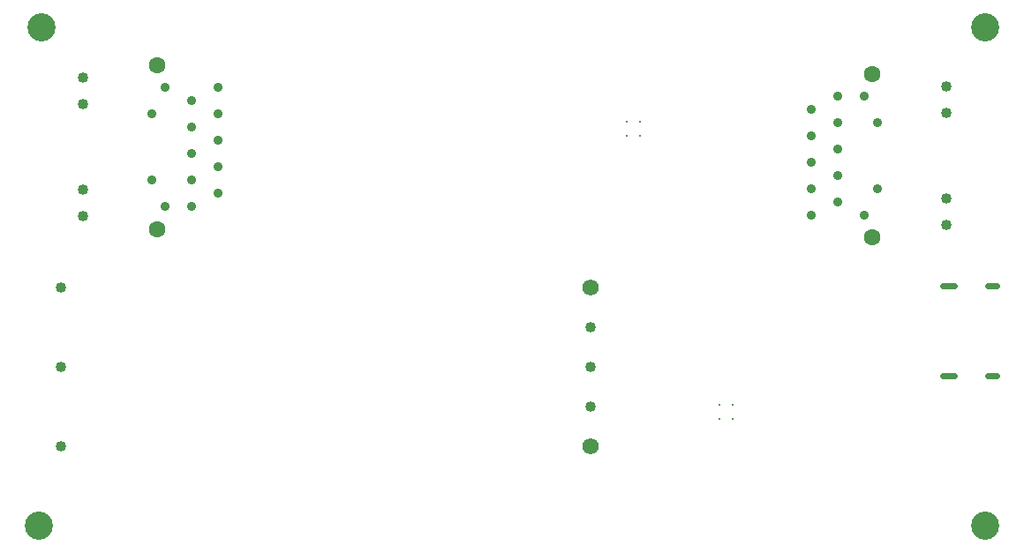
<source format=gbr>
%TF.GenerationSoftware,KiCad,Pcbnew,7.0.11+dfsg-1build4*%
%TF.CreationDate,2024-07-15T15:28:05+02:00*%
%TF.ProjectId,antmicro-poe-to-usbc-pd-adapter,616e746d-6963-4726-9f2d-706f652d746f,rev?*%
%TF.SameCoordinates,Original*%
%TF.FileFunction,Plated,1,2,PTH,Mixed*%
%TF.FilePolarity,Positive*%
%FSLAX46Y46*%
G04 Gerber Fmt 4.6, Leading zero omitted, Abs format (unit mm)*
G04 Created by KiCad (PCBNEW 7.0.11+dfsg-1build4) date 2024-07-15 15:28:05 commit  463866a *
%MOMM*%
%LPD*%
G01*
G04 APERTURE LIST*
%TA.AperFunction,ComponentDrill*%
%ADD10C,0.100000*%
%TD*%
%TA.AperFunction,ComponentDrill*%
%ADD11C,0.200000*%
%TD*%
G04 aperture for slot hole*
%TA.AperFunction,ComponentDrill*%
%ADD12C,0.600000*%
%TD*%
%TA.AperFunction,ComponentDrill*%
%ADD13C,0.889000*%
%TD*%
%TA.AperFunction,ComponentDrill*%
%ADD14C,1.016000*%
%TD*%
%TA.AperFunction,ComponentDrill*%
%ADD15C,1.020000*%
%TD*%
%TA.AperFunction,ComponentDrill*%
%ADD16C,1.570000*%
%TD*%
%TA.AperFunction,ComponentDrill*%
%ADD17C,1.600000*%
%TD*%
%TA.AperFunction,ComponentDrill*%
%ADD18C,1.600200*%
%TD*%
%TA.AperFunction,ComponentDrill*%
%ADD19C,2.700000*%
%TD*%
G04 APERTURE END LIST*
D10*
%TO.C,U6*%
X98339000Y-50823000D03*
X98339000Y-51700000D03*
X98339000Y-52574000D03*
X98339000Y-53748000D03*
X98339000Y-54625000D03*
X98339000Y-55500000D03*
X99289000Y-50823000D03*
X99289000Y-51700000D03*
X99289000Y-52573000D03*
X99289000Y-53748000D03*
X99289000Y-54625000D03*
X99289000Y-55499000D03*
X100538000Y-54472000D03*
X100540000Y-51829000D03*
X100540000Y-53150000D03*
X101738000Y-50646000D03*
X101738000Y-51823000D03*
X101738000Y-54472000D03*
X101738000Y-55646000D03*
X101740000Y-53150000D03*
X102938000Y-51823000D03*
X102938000Y-53149000D03*
X102938000Y-54472000D03*
D11*
%TO.C,U7*%
X116420000Y-55310000D03*
X116420000Y-56610000D03*
X117690000Y-55310000D03*
X117690000Y-56610000D03*
%TO.C,U2*%
X125355000Y-82490000D03*
X125355000Y-83790000D03*
X126625000Y-82490000D03*
X126625000Y-83790000D03*
D12*
%TO.C,J3*%
X147859000Y-71020000D02*
X146759000Y-71020000D01*
X147859000Y-79661000D02*
X146759000Y-79661000D01*
X151890000Y-71020000D02*
X151090000Y-71020000D01*
X151890000Y-79661000D02*
X151090000Y-79661000D01*
D13*
%TO.C,J1*%
X70871000Y-54540000D03*
X70871000Y-60891000D03*
X72132000Y-52001000D03*
X72140000Y-63430000D03*
X74671000Y-53270000D03*
X74671000Y-55810000D03*
X74671000Y-58350000D03*
X74671000Y-60891000D03*
X74671000Y-63430000D03*
X77210000Y-52001000D03*
X77210000Y-54540000D03*
X77210000Y-57079000D03*
X77210000Y-59619000D03*
X77210000Y-62160000D03*
%TO.C,J2*%
X134115000Y-54069000D03*
X134115000Y-56610000D03*
X134115000Y-59150000D03*
X134115000Y-61689000D03*
X134115000Y-64228000D03*
X136654000Y-52799000D03*
X136654000Y-55338000D03*
X136654000Y-57879000D03*
X136654000Y-60419000D03*
X136654000Y-62959000D03*
X139185000Y-52799000D03*
X139193000Y-64228000D03*
X140454000Y-55338000D03*
X140454000Y-61689000D03*
D14*
%TO.C,J1*%
X64252000Y-51074000D03*
X64252000Y-53615000D03*
X64252000Y-61815000D03*
X64252000Y-64356000D03*
%TO.C,J2*%
X147073000Y-51873000D03*
X147073000Y-54414000D03*
X147073000Y-62614000D03*
X147073000Y-65155000D03*
D15*
%TO.C,U4*%
X62130000Y-71180000D03*
X62130000Y-78800000D03*
X62130000Y-86420000D03*
X112930000Y-74990000D03*
X112930000Y-78800000D03*
X112930000Y-82610000D03*
D16*
X112930000Y-71180000D03*
X112930000Y-86420000D03*
D17*
%TO.C,J1*%
X71360000Y-49865000D03*
%TO.C,J2*%
X139965000Y-66364000D03*
D18*
%TO.C,J1*%
X71360000Y-65564000D03*
%TO.C,J2*%
X139965000Y-50665000D03*
D19*
%TO.C,REF\u002A\u002A*%
X60010000Y-94060000D03*
X60285000Y-46210000D03*
X150840000Y-46200000D03*
X150840000Y-94050000D03*
M02*

</source>
